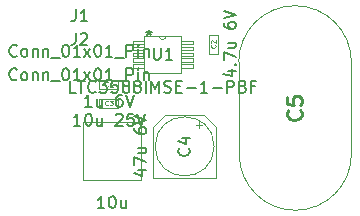
<source format=gbr>
%TF.GenerationSoftware,KiCad,Pcbnew,9.0.4*%
%TF.CreationDate,2026-01-08T18:44:24+01:00*%
%TF.ProjectId,Piezo_Energy_Harvester,5069657a-6f5f-4456-9e65-7267795f4861,rev?*%
%TF.SameCoordinates,Original*%
%TF.FileFunction,AssemblyDrawing,Top*%
%FSLAX46Y46*%
G04 Gerber Fmt 4.6, Leading zero omitted, Abs format (unit mm)*
G04 Created by KiCad (PCBNEW 9.0.4) date 2026-01-08 18:44:24*
%MOMM*%
%LPD*%
G01*
G04 APERTURE LIST*
%ADD10C,0.150000*%
%ADD11C,0.060000*%
%ADD12C,0.254000*%
%ADD13C,0.100000*%
%ADD14C,0.025400*%
G04 APERTURE END LIST*
D10*
X151185118Y-101684819D02*
X150613690Y-101684819D01*
X150899404Y-101684819D02*
X150899404Y-100684819D01*
X150899404Y-100684819D02*
X150804166Y-100827676D01*
X150804166Y-100827676D02*
X150708928Y-100922914D01*
X150708928Y-100922914D02*
X150613690Y-100970533D01*
X152042261Y-101018152D02*
X152042261Y-101684819D01*
X151613690Y-101018152D02*
X151613690Y-101541961D01*
X151613690Y-101541961D02*
X151661309Y-101637200D01*
X151661309Y-101637200D02*
X151756547Y-101684819D01*
X151756547Y-101684819D02*
X151899404Y-101684819D01*
X151899404Y-101684819D02*
X151994642Y-101637200D01*
X151994642Y-101637200D02*
X152042261Y-101589580D01*
X153708928Y-100684819D02*
X153518452Y-100684819D01*
X153518452Y-100684819D02*
X153423214Y-100732438D01*
X153423214Y-100732438D02*
X153375595Y-100780057D01*
X153375595Y-100780057D02*
X153280357Y-100922914D01*
X153280357Y-100922914D02*
X153232738Y-101113390D01*
X153232738Y-101113390D02*
X153232738Y-101494342D01*
X153232738Y-101494342D02*
X153280357Y-101589580D01*
X153280357Y-101589580D02*
X153327976Y-101637200D01*
X153327976Y-101637200D02*
X153423214Y-101684819D01*
X153423214Y-101684819D02*
X153613690Y-101684819D01*
X153613690Y-101684819D02*
X153708928Y-101637200D01*
X153708928Y-101637200D02*
X153756547Y-101589580D01*
X153756547Y-101589580D02*
X153804166Y-101494342D01*
X153804166Y-101494342D02*
X153804166Y-101256247D01*
X153804166Y-101256247D02*
X153756547Y-101161009D01*
X153756547Y-101161009D02*
X153708928Y-101113390D01*
X153708928Y-101113390D02*
X153613690Y-101065771D01*
X153613690Y-101065771D02*
X153423214Y-101065771D01*
X153423214Y-101065771D02*
X153327976Y-101113390D01*
X153327976Y-101113390D02*
X153280357Y-101161009D01*
X153280357Y-101161009D02*
X153232738Y-101256247D01*
X154089881Y-100684819D02*
X154423214Y-101684819D01*
X154423214Y-101684819D02*
X154756547Y-100684819D01*
D11*
X152570833Y-99943832D02*
X152551785Y-99962880D01*
X152551785Y-99962880D02*
X152494643Y-99981927D01*
X152494643Y-99981927D02*
X152456547Y-99981927D01*
X152456547Y-99981927D02*
X152399404Y-99962880D01*
X152399404Y-99962880D02*
X152361309Y-99924784D01*
X152361309Y-99924784D02*
X152342262Y-99886689D01*
X152342262Y-99886689D02*
X152323214Y-99810499D01*
X152323214Y-99810499D02*
X152323214Y-99753356D01*
X152323214Y-99753356D02*
X152342262Y-99677165D01*
X152342262Y-99677165D02*
X152361309Y-99639070D01*
X152361309Y-99639070D02*
X152399404Y-99600975D01*
X152399404Y-99600975D02*
X152456547Y-99581927D01*
X152456547Y-99581927D02*
X152494643Y-99581927D01*
X152494643Y-99581927D02*
X152551785Y-99600975D01*
X152551785Y-99600975D02*
X152570833Y-99620022D01*
X152951785Y-99981927D02*
X152723214Y-99981927D01*
X152837500Y-99981927D02*
X152837500Y-99581927D01*
X152837500Y-99581927D02*
X152799404Y-99639070D01*
X152799404Y-99639070D02*
X152761309Y-99677165D01*
X152761309Y-99677165D02*
X152723214Y-99696213D01*
D10*
X144840475Y-97359580D02*
X144792856Y-97407200D01*
X144792856Y-97407200D02*
X144649999Y-97454819D01*
X144649999Y-97454819D02*
X144554761Y-97454819D01*
X144554761Y-97454819D02*
X144411904Y-97407200D01*
X144411904Y-97407200D02*
X144316666Y-97311961D01*
X144316666Y-97311961D02*
X144269047Y-97216723D01*
X144269047Y-97216723D02*
X144221428Y-97026247D01*
X144221428Y-97026247D02*
X144221428Y-96883390D01*
X144221428Y-96883390D02*
X144269047Y-96692914D01*
X144269047Y-96692914D02*
X144316666Y-96597676D01*
X144316666Y-96597676D02*
X144411904Y-96502438D01*
X144411904Y-96502438D02*
X144554761Y-96454819D01*
X144554761Y-96454819D02*
X144649999Y-96454819D01*
X144649999Y-96454819D02*
X144792856Y-96502438D01*
X144792856Y-96502438D02*
X144840475Y-96550057D01*
X145411904Y-97454819D02*
X145316666Y-97407200D01*
X145316666Y-97407200D02*
X145269047Y-97359580D01*
X145269047Y-97359580D02*
X145221428Y-97264342D01*
X145221428Y-97264342D02*
X145221428Y-96978628D01*
X145221428Y-96978628D02*
X145269047Y-96883390D01*
X145269047Y-96883390D02*
X145316666Y-96835771D01*
X145316666Y-96835771D02*
X145411904Y-96788152D01*
X145411904Y-96788152D02*
X145554761Y-96788152D01*
X145554761Y-96788152D02*
X145649999Y-96835771D01*
X145649999Y-96835771D02*
X145697618Y-96883390D01*
X145697618Y-96883390D02*
X145745237Y-96978628D01*
X145745237Y-96978628D02*
X145745237Y-97264342D01*
X145745237Y-97264342D02*
X145697618Y-97359580D01*
X145697618Y-97359580D02*
X145649999Y-97407200D01*
X145649999Y-97407200D02*
X145554761Y-97454819D01*
X145554761Y-97454819D02*
X145411904Y-97454819D01*
X146173809Y-96788152D02*
X146173809Y-97454819D01*
X146173809Y-96883390D02*
X146221428Y-96835771D01*
X146221428Y-96835771D02*
X146316666Y-96788152D01*
X146316666Y-96788152D02*
X146459523Y-96788152D01*
X146459523Y-96788152D02*
X146554761Y-96835771D01*
X146554761Y-96835771D02*
X146602380Y-96931009D01*
X146602380Y-96931009D02*
X146602380Y-97454819D01*
X147078571Y-96788152D02*
X147078571Y-97454819D01*
X147078571Y-96883390D02*
X147126190Y-96835771D01*
X147126190Y-96835771D02*
X147221428Y-96788152D01*
X147221428Y-96788152D02*
X147364285Y-96788152D01*
X147364285Y-96788152D02*
X147459523Y-96835771D01*
X147459523Y-96835771D02*
X147507142Y-96931009D01*
X147507142Y-96931009D02*
X147507142Y-97454819D01*
X147745238Y-97550057D02*
X148507142Y-97550057D01*
X148935714Y-96454819D02*
X149030952Y-96454819D01*
X149030952Y-96454819D02*
X149126190Y-96502438D01*
X149126190Y-96502438D02*
X149173809Y-96550057D01*
X149173809Y-96550057D02*
X149221428Y-96645295D01*
X149221428Y-96645295D02*
X149269047Y-96835771D01*
X149269047Y-96835771D02*
X149269047Y-97073866D01*
X149269047Y-97073866D02*
X149221428Y-97264342D01*
X149221428Y-97264342D02*
X149173809Y-97359580D01*
X149173809Y-97359580D02*
X149126190Y-97407200D01*
X149126190Y-97407200D02*
X149030952Y-97454819D01*
X149030952Y-97454819D02*
X148935714Y-97454819D01*
X148935714Y-97454819D02*
X148840476Y-97407200D01*
X148840476Y-97407200D02*
X148792857Y-97359580D01*
X148792857Y-97359580D02*
X148745238Y-97264342D01*
X148745238Y-97264342D02*
X148697619Y-97073866D01*
X148697619Y-97073866D02*
X148697619Y-96835771D01*
X148697619Y-96835771D02*
X148745238Y-96645295D01*
X148745238Y-96645295D02*
X148792857Y-96550057D01*
X148792857Y-96550057D02*
X148840476Y-96502438D01*
X148840476Y-96502438D02*
X148935714Y-96454819D01*
X150221428Y-97454819D02*
X149650000Y-97454819D01*
X149935714Y-97454819D02*
X149935714Y-96454819D01*
X149935714Y-96454819D02*
X149840476Y-96597676D01*
X149840476Y-96597676D02*
X149745238Y-96692914D01*
X149745238Y-96692914D02*
X149650000Y-96740533D01*
X150554762Y-97454819D02*
X151078571Y-96788152D01*
X150554762Y-96788152D02*
X151078571Y-97454819D01*
X151650000Y-96454819D02*
X151745238Y-96454819D01*
X151745238Y-96454819D02*
X151840476Y-96502438D01*
X151840476Y-96502438D02*
X151888095Y-96550057D01*
X151888095Y-96550057D02*
X151935714Y-96645295D01*
X151935714Y-96645295D02*
X151983333Y-96835771D01*
X151983333Y-96835771D02*
X151983333Y-97073866D01*
X151983333Y-97073866D02*
X151935714Y-97264342D01*
X151935714Y-97264342D02*
X151888095Y-97359580D01*
X151888095Y-97359580D02*
X151840476Y-97407200D01*
X151840476Y-97407200D02*
X151745238Y-97454819D01*
X151745238Y-97454819D02*
X151650000Y-97454819D01*
X151650000Y-97454819D02*
X151554762Y-97407200D01*
X151554762Y-97407200D02*
X151507143Y-97359580D01*
X151507143Y-97359580D02*
X151459524Y-97264342D01*
X151459524Y-97264342D02*
X151411905Y-97073866D01*
X151411905Y-97073866D02*
X151411905Y-96835771D01*
X151411905Y-96835771D02*
X151459524Y-96645295D01*
X151459524Y-96645295D02*
X151507143Y-96550057D01*
X151507143Y-96550057D02*
X151554762Y-96502438D01*
X151554762Y-96502438D02*
X151650000Y-96454819D01*
X152935714Y-97454819D02*
X152364286Y-97454819D01*
X152650000Y-97454819D02*
X152650000Y-96454819D01*
X152650000Y-96454819D02*
X152554762Y-96597676D01*
X152554762Y-96597676D02*
X152459524Y-96692914D01*
X152459524Y-96692914D02*
X152364286Y-96740533D01*
X153126191Y-97550057D02*
X153888095Y-97550057D01*
X154126191Y-97454819D02*
X154126191Y-96454819D01*
X154126191Y-96454819D02*
X154507143Y-96454819D01*
X154507143Y-96454819D02*
X154602381Y-96502438D01*
X154602381Y-96502438D02*
X154650000Y-96550057D01*
X154650000Y-96550057D02*
X154697619Y-96645295D01*
X154697619Y-96645295D02*
X154697619Y-96788152D01*
X154697619Y-96788152D02*
X154650000Y-96883390D01*
X154650000Y-96883390D02*
X154602381Y-96931009D01*
X154602381Y-96931009D02*
X154507143Y-96978628D01*
X154507143Y-96978628D02*
X154126191Y-96978628D01*
X155126191Y-97454819D02*
X155126191Y-96788152D01*
X155126191Y-96454819D02*
X155078572Y-96502438D01*
X155078572Y-96502438D02*
X155126191Y-96550057D01*
X155126191Y-96550057D02*
X155173810Y-96502438D01*
X155173810Y-96502438D02*
X155126191Y-96454819D01*
X155126191Y-96454819D02*
X155126191Y-96550057D01*
X155602381Y-96788152D02*
X155602381Y-97454819D01*
X155602381Y-96883390D02*
X155650000Y-96835771D01*
X155650000Y-96835771D02*
X155745238Y-96788152D01*
X155745238Y-96788152D02*
X155888095Y-96788152D01*
X155888095Y-96788152D02*
X155983333Y-96835771D01*
X155983333Y-96835771D02*
X156030952Y-96931009D01*
X156030952Y-96931009D02*
X156030952Y-97454819D01*
X149816666Y-93454819D02*
X149816666Y-94169104D01*
X149816666Y-94169104D02*
X149769047Y-94311961D01*
X149769047Y-94311961D02*
X149673809Y-94407200D01*
X149673809Y-94407200D02*
X149530952Y-94454819D01*
X149530952Y-94454819D02*
X149435714Y-94454819D01*
X150816666Y-94454819D02*
X150245238Y-94454819D01*
X150530952Y-94454819D02*
X150530952Y-93454819D01*
X150530952Y-93454819D02*
X150435714Y-93597676D01*
X150435714Y-93597676D02*
X150340476Y-93692914D01*
X150340476Y-93692914D02*
X150245238Y-93740533D01*
X162708152Y-98651904D02*
X163374819Y-98651904D01*
X162327200Y-98889999D02*
X163041485Y-99128094D01*
X163041485Y-99128094D02*
X163041485Y-98509047D01*
X163279580Y-98128094D02*
X163327200Y-98080475D01*
X163327200Y-98080475D02*
X163374819Y-98128094D01*
X163374819Y-98128094D02*
X163327200Y-98175713D01*
X163327200Y-98175713D02*
X163279580Y-98128094D01*
X163279580Y-98128094D02*
X163374819Y-98128094D01*
X162374819Y-97747142D02*
X162374819Y-97080476D01*
X162374819Y-97080476D02*
X163374819Y-97509047D01*
X162708152Y-96270952D02*
X163374819Y-96270952D01*
X162708152Y-96699523D02*
X163231961Y-96699523D01*
X163231961Y-96699523D02*
X163327200Y-96651904D01*
X163327200Y-96651904D02*
X163374819Y-96556666D01*
X163374819Y-96556666D02*
X163374819Y-96413809D01*
X163374819Y-96413809D02*
X163327200Y-96318571D01*
X163327200Y-96318571D02*
X163279580Y-96270952D01*
X162374819Y-94604285D02*
X162374819Y-94794761D01*
X162374819Y-94794761D02*
X162422438Y-94889999D01*
X162422438Y-94889999D02*
X162470057Y-94937618D01*
X162470057Y-94937618D02*
X162612914Y-95032856D01*
X162612914Y-95032856D02*
X162803390Y-95080475D01*
X162803390Y-95080475D02*
X163184342Y-95080475D01*
X163184342Y-95080475D02*
X163279580Y-95032856D01*
X163279580Y-95032856D02*
X163327200Y-94985237D01*
X163327200Y-94985237D02*
X163374819Y-94889999D01*
X163374819Y-94889999D02*
X163374819Y-94699523D01*
X163374819Y-94699523D02*
X163327200Y-94604285D01*
X163327200Y-94604285D02*
X163279580Y-94556666D01*
X163279580Y-94556666D02*
X163184342Y-94509047D01*
X163184342Y-94509047D02*
X162946247Y-94509047D01*
X162946247Y-94509047D02*
X162851009Y-94556666D01*
X162851009Y-94556666D02*
X162803390Y-94604285D01*
X162803390Y-94604285D02*
X162755771Y-94699523D01*
X162755771Y-94699523D02*
X162755771Y-94889999D01*
X162755771Y-94889999D02*
X162803390Y-94985237D01*
X162803390Y-94985237D02*
X162851009Y-95032856D01*
X162851009Y-95032856D02*
X162946247Y-95080475D01*
X162374819Y-94223332D02*
X163374819Y-93889999D01*
X163374819Y-93889999D02*
X162374819Y-93556666D01*
D11*
X161633832Y-96456666D02*
X161652880Y-96475714D01*
X161652880Y-96475714D02*
X161671927Y-96532856D01*
X161671927Y-96532856D02*
X161671927Y-96570952D01*
X161671927Y-96570952D02*
X161652880Y-96628095D01*
X161652880Y-96628095D02*
X161614784Y-96666190D01*
X161614784Y-96666190D02*
X161576689Y-96685237D01*
X161576689Y-96685237D02*
X161500499Y-96704285D01*
X161500499Y-96704285D02*
X161443356Y-96704285D01*
X161443356Y-96704285D02*
X161367165Y-96685237D01*
X161367165Y-96685237D02*
X161329070Y-96666190D01*
X161329070Y-96666190D02*
X161290975Y-96628095D01*
X161290975Y-96628095D02*
X161271927Y-96570952D01*
X161271927Y-96570952D02*
X161271927Y-96532856D01*
X161271927Y-96532856D02*
X161290975Y-96475714D01*
X161290975Y-96475714D02*
X161310022Y-96456666D01*
X161310022Y-96304285D02*
X161290975Y-96285237D01*
X161290975Y-96285237D02*
X161271927Y-96247142D01*
X161271927Y-96247142D02*
X161271927Y-96151904D01*
X161271927Y-96151904D02*
X161290975Y-96113809D01*
X161290975Y-96113809D02*
X161310022Y-96094761D01*
X161310022Y-96094761D02*
X161348118Y-96075714D01*
X161348118Y-96075714D02*
X161386213Y-96075714D01*
X161386213Y-96075714D02*
X161443356Y-96094761D01*
X161443356Y-96094761D02*
X161671927Y-96323333D01*
X161671927Y-96323333D02*
X161671927Y-96075714D01*
D10*
X152257142Y-110269819D02*
X151685714Y-110269819D01*
X151971428Y-110269819D02*
X151971428Y-109269819D01*
X151971428Y-109269819D02*
X151876190Y-109412676D01*
X151876190Y-109412676D02*
X151780952Y-109507914D01*
X151780952Y-109507914D02*
X151685714Y-109555533D01*
X152876190Y-109269819D02*
X152971428Y-109269819D01*
X152971428Y-109269819D02*
X153066666Y-109317438D01*
X153066666Y-109317438D02*
X153114285Y-109365057D01*
X153114285Y-109365057D02*
X153161904Y-109460295D01*
X153161904Y-109460295D02*
X153209523Y-109650771D01*
X153209523Y-109650771D02*
X153209523Y-109888866D01*
X153209523Y-109888866D02*
X153161904Y-110079342D01*
X153161904Y-110079342D02*
X153114285Y-110174580D01*
X153114285Y-110174580D02*
X153066666Y-110222200D01*
X153066666Y-110222200D02*
X152971428Y-110269819D01*
X152971428Y-110269819D02*
X152876190Y-110269819D01*
X152876190Y-110269819D02*
X152780952Y-110222200D01*
X152780952Y-110222200D02*
X152733333Y-110174580D01*
X152733333Y-110174580D02*
X152685714Y-110079342D01*
X152685714Y-110079342D02*
X152638095Y-109888866D01*
X152638095Y-109888866D02*
X152638095Y-109650771D01*
X152638095Y-109650771D02*
X152685714Y-109460295D01*
X152685714Y-109460295D02*
X152733333Y-109365057D01*
X152733333Y-109365057D02*
X152780952Y-109317438D01*
X152780952Y-109317438D02*
X152876190Y-109269819D01*
X154066666Y-109603152D02*
X154066666Y-110269819D01*
X153638095Y-109603152D02*
X153638095Y-110126961D01*
X153638095Y-110126961D02*
X153685714Y-110222200D01*
X153685714Y-110222200D02*
X153780952Y-110269819D01*
X153780952Y-110269819D02*
X153923809Y-110269819D01*
X153923809Y-110269819D02*
X154019047Y-110222200D01*
X154019047Y-110222200D02*
X154066666Y-110174580D01*
X144840475Y-99359580D02*
X144792856Y-99407200D01*
X144792856Y-99407200D02*
X144649999Y-99454819D01*
X144649999Y-99454819D02*
X144554761Y-99454819D01*
X144554761Y-99454819D02*
X144411904Y-99407200D01*
X144411904Y-99407200D02*
X144316666Y-99311961D01*
X144316666Y-99311961D02*
X144269047Y-99216723D01*
X144269047Y-99216723D02*
X144221428Y-99026247D01*
X144221428Y-99026247D02*
X144221428Y-98883390D01*
X144221428Y-98883390D02*
X144269047Y-98692914D01*
X144269047Y-98692914D02*
X144316666Y-98597676D01*
X144316666Y-98597676D02*
X144411904Y-98502438D01*
X144411904Y-98502438D02*
X144554761Y-98454819D01*
X144554761Y-98454819D02*
X144649999Y-98454819D01*
X144649999Y-98454819D02*
X144792856Y-98502438D01*
X144792856Y-98502438D02*
X144840475Y-98550057D01*
X145411904Y-99454819D02*
X145316666Y-99407200D01*
X145316666Y-99407200D02*
X145269047Y-99359580D01*
X145269047Y-99359580D02*
X145221428Y-99264342D01*
X145221428Y-99264342D02*
X145221428Y-98978628D01*
X145221428Y-98978628D02*
X145269047Y-98883390D01*
X145269047Y-98883390D02*
X145316666Y-98835771D01*
X145316666Y-98835771D02*
X145411904Y-98788152D01*
X145411904Y-98788152D02*
X145554761Y-98788152D01*
X145554761Y-98788152D02*
X145649999Y-98835771D01*
X145649999Y-98835771D02*
X145697618Y-98883390D01*
X145697618Y-98883390D02*
X145745237Y-98978628D01*
X145745237Y-98978628D02*
X145745237Y-99264342D01*
X145745237Y-99264342D02*
X145697618Y-99359580D01*
X145697618Y-99359580D02*
X145649999Y-99407200D01*
X145649999Y-99407200D02*
X145554761Y-99454819D01*
X145554761Y-99454819D02*
X145411904Y-99454819D01*
X146173809Y-98788152D02*
X146173809Y-99454819D01*
X146173809Y-98883390D02*
X146221428Y-98835771D01*
X146221428Y-98835771D02*
X146316666Y-98788152D01*
X146316666Y-98788152D02*
X146459523Y-98788152D01*
X146459523Y-98788152D02*
X146554761Y-98835771D01*
X146554761Y-98835771D02*
X146602380Y-98931009D01*
X146602380Y-98931009D02*
X146602380Y-99454819D01*
X147078571Y-98788152D02*
X147078571Y-99454819D01*
X147078571Y-98883390D02*
X147126190Y-98835771D01*
X147126190Y-98835771D02*
X147221428Y-98788152D01*
X147221428Y-98788152D02*
X147364285Y-98788152D01*
X147364285Y-98788152D02*
X147459523Y-98835771D01*
X147459523Y-98835771D02*
X147507142Y-98931009D01*
X147507142Y-98931009D02*
X147507142Y-99454819D01*
X147745238Y-99550057D02*
X148507142Y-99550057D01*
X148935714Y-98454819D02*
X149030952Y-98454819D01*
X149030952Y-98454819D02*
X149126190Y-98502438D01*
X149126190Y-98502438D02*
X149173809Y-98550057D01*
X149173809Y-98550057D02*
X149221428Y-98645295D01*
X149221428Y-98645295D02*
X149269047Y-98835771D01*
X149269047Y-98835771D02*
X149269047Y-99073866D01*
X149269047Y-99073866D02*
X149221428Y-99264342D01*
X149221428Y-99264342D02*
X149173809Y-99359580D01*
X149173809Y-99359580D02*
X149126190Y-99407200D01*
X149126190Y-99407200D02*
X149030952Y-99454819D01*
X149030952Y-99454819D02*
X148935714Y-99454819D01*
X148935714Y-99454819D02*
X148840476Y-99407200D01*
X148840476Y-99407200D02*
X148792857Y-99359580D01*
X148792857Y-99359580D02*
X148745238Y-99264342D01*
X148745238Y-99264342D02*
X148697619Y-99073866D01*
X148697619Y-99073866D02*
X148697619Y-98835771D01*
X148697619Y-98835771D02*
X148745238Y-98645295D01*
X148745238Y-98645295D02*
X148792857Y-98550057D01*
X148792857Y-98550057D02*
X148840476Y-98502438D01*
X148840476Y-98502438D02*
X148935714Y-98454819D01*
X150221428Y-99454819D02*
X149650000Y-99454819D01*
X149935714Y-99454819D02*
X149935714Y-98454819D01*
X149935714Y-98454819D02*
X149840476Y-98597676D01*
X149840476Y-98597676D02*
X149745238Y-98692914D01*
X149745238Y-98692914D02*
X149650000Y-98740533D01*
X150554762Y-99454819D02*
X151078571Y-98788152D01*
X150554762Y-98788152D02*
X151078571Y-99454819D01*
X151650000Y-98454819D02*
X151745238Y-98454819D01*
X151745238Y-98454819D02*
X151840476Y-98502438D01*
X151840476Y-98502438D02*
X151888095Y-98550057D01*
X151888095Y-98550057D02*
X151935714Y-98645295D01*
X151935714Y-98645295D02*
X151983333Y-98835771D01*
X151983333Y-98835771D02*
X151983333Y-99073866D01*
X151983333Y-99073866D02*
X151935714Y-99264342D01*
X151935714Y-99264342D02*
X151888095Y-99359580D01*
X151888095Y-99359580D02*
X151840476Y-99407200D01*
X151840476Y-99407200D02*
X151745238Y-99454819D01*
X151745238Y-99454819D02*
X151650000Y-99454819D01*
X151650000Y-99454819D02*
X151554762Y-99407200D01*
X151554762Y-99407200D02*
X151507143Y-99359580D01*
X151507143Y-99359580D02*
X151459524Y-99264342D01*
X151459524Y-99264342D02*
X151411905Y-99073866D01*
X151411905Y-99073866D02*
X151411905Y-98835771D01*
X151411905Y-98835771D02*
X151459524Y-98645295D01*
X151459524Y-98645295D02*
X151507143Y-98550057D01*
X151507143Y-98550057D02*
X151554762Y-98502438D01*
X151554762Y-98502438D02*
X151650000Y-98454819D01*
X152935714Y-99454819D02*
X152364286Y-99454819D01*
X152650000Y-99454819D02*
X152650000Y-98454819D01*
X152650000Y-98454819D02*
X152554762Y-98597676D01*
X152554762Y-98597676D02*
X152459524Y-98692914D01*
X152459524Y-98692914D02*
X152364286Y-98740533D01*
X153126191Y-99550057D02*
X153888095Y-99550057D01*
X154126191Y-99454819D02*
X154126191Y-98454819D01*
X154126191Y-98454819D02*
X154507143Y-98454819D01*
X154507143Y-98454819D02*
X154602381Y-98502438D01*
X154602381Y-98502438D02*
X154650000Y-98550057D01*
X154650000Y-98550057D02*
X154697619Y-98645295D01*
X154697619Y-98645295D02*
X154697619Y-98788152D01*
X154697619Y-98788152D02*
X154650000Y-98883390D01*
X154650000Y-98883390D02*
X154602381Y-98931009D01*
X154602381Y-98931009D02*
X154507143Y-98978628D01*
X154507143Y-98978628D02*
X154126191Y-98978628D01*
X155126191Y-99454819D02*
X155126191Y-98788152D01*
X155126191Y-98454819D02*
X155078572Y-98502438D01*
X155078572Y-98502438D02*
X155126191Y-98550057D01*
X155126191Y-98550057D02*
X155173810Y-98502438D01*
X155173810Y-98502438D02*
X155126191Y-98454819D01*
X155126191Y-98454819D02*
X155126191Y-98550057D01*
X155602381Y-98788152D02*
X155602381Y-99454819D01*
X155602381Y-98883390D02*
X155650000Y-98835771D01*
X155650000Y-98835771D02*
X155745238Y-98788152D01*
X155745238Y-98788152D02*
X155888095Y-98788152D01*
X155888095Y-98788152D02*
X155983333Y-98835771D01*
X155983333Y-98835771D02*
X156030952Y-98931009D01*
X156030952Y-98931009D02*
X156030952Y-99454819D01*
X149816666Y-95454819D02*
X149816666Y-96169104D01*
X149816666Y-96169104D02*
X149769047Y-96311961D01*
X149769047Y-96311961D02*
X149673809Y-96407200D01*
X149673809Y-96407200D02*
X149530952Y-96454819D01*
X149530952Y-96454819D02*
X149435714Y-96454819D01*
X150245238Y-95550057D02*
X150292857Y-95502438D01*
X150292857Y-95502438D02*
X150388095Y-95454819D01*
X150388095Y-95454819D02*
X150626190Y-95454819D01*
X150626190Y-95454819D02*
X150721428Y-95502438D01*
X150721428Y-95502438D02*
X150769047Y-95550057D01*
X150769047Y-95550057D02*
X150816666Y-95645295D01*
X150816666Y-95645295D02*
X150816666Y-95740533D01*
X150816666Y-95740533D02*
X150769047Y-95883390D01*
X150769047Y-95883390D02*
X150197619Y-96454819D01*
X150197619Y-96454819D02*
X150816666Y-96454819D01*
D12*
X168853365Y-102011666D02*
X168913842Y-102072142D01*
X168913842Y-102072142D02*
X168974318Y-102253571D01*
X168974318Y-102253571D02*
X168974318Y-102374523D01*
X168974318Y-102374523D02*
X168913842Y-102555952D01*
X168913842Y-102555952D02*
X168792889Y-102676904D01*
X168792889Y-102676904D02*
X168671937Y-102737381D01*
X168671937Y-102737381D02*
X168430032Y-102797857D01*
X168430032Y-102797857D02*
X168248603Y-102797857D01*
X168248603Y-102797857D02*
X168006699Y-102737381D01*
X168006699Y-102737381D02*
X167885746Y-102676904D01*
X167885746Y-102676904D02*
X167764794Y-102555952D01*
X167764794Y-102555952D02*
X167704318Y-102374523D01*
X167704318Y-102374523D02*
X167704318Y-102253571D01*
X167704318Y-102253571D02*
X167764794Y-102072142D01*
X167764794Y-102072142D02*
X167825270Y-102011666D01*
X167704318Y-100862619D02*
X167704318Y-101467381D01*
X167704318Y-101467381D02*
X168309080Y-101527857D01*
X168309080Y-101527857D02*
X168248603Y-101467381D01*
X168248603Y-101467381D02*
X168188127Y-101346428D01*
X168188127Y-101346428D02*
X168188127Y-101044047D01*
X168188127Y-101044047D02*
X168248603Y-100923095D01*
X168248603Y-100923095D02*
X168309080Y-100862619D01*
X168309080Y-100862619D02*
X168430032Y-100802142D01*
X168430032Y-100802142D02*
X168732413Y-100802142D01*
X168732413Y-100802142D02*
X168853365Y-100862619D01*
X168853365Y-100862619D02*
X168913842Y-100923095D01*
X168913842Y-100923095D02*
X168974318Y-101044047D01*
X168974318Y-101044047D02*
X168974318Y-101346428D01*
X168974318Y-101346428D02*
X168913842Y-101467381D01*
X168913842Y-101467381D02*
X168853365Y-101527857D01*
D10*
X155138152Y-107073809D02*
X155804819Y-107073809D01*
X154757200Y-107311904D02*
X155471485Y-107549999D01*
X155471485Y-107549999D02*
X155471485Y-106930952D01*
X154804819Y-106645237D02*
X154804819Y-105978571D01*
X154804819Y-105978571D02*
X155804819Y-106407142D01*
X155138152Y-105169047D02*
X155804819Y-105169047D01*
X155138152Y-105597618D02*
X155661961Y-105597618D01*
X155661961Y-105597618D02*
X155757200Y-105549999D01*
X155757200Y-105549999D02*
X155804819Y-105454761D01*
X155804819Y-105454761D02*
X155804819Y-105311904D01*
X155804819Y-105311904D02*
X155757200Y-105216666D01*
X155757200Y-105216666D02*
X155709580Y-105169047D01*
X154804819Y-103502380D02*
X154804819Y-103692856D01*
X154804819Y-103692856D02*
X154852438Y-103788094D01*
X154852438Y-103788094D02*
X154900057Y-103835713D01*
X154900057Y-103835713D02*
X155042914Y-103930951D01*
X155042914Y-103930951D02*
X155233390Y-103978570D01*
X155233390Y-103978570D02*
X155614342Y-103978570D01*
X155614342Y-103978570D02*
X155709580Y-103930951D01*
X155709580Y-103930951D02*
X155757200Y-103883332D01*
X155757200Y-103883332D02*
X155804819Y-103788094D01*
X155804819Y-103788094D02*
X155804819Y-103597618D01*
X155804819Y-103597618D02*
X155757200Y-103502380D01*
X155757200Y-103502380D02*
X155709580Y-103454761D01*
X155709580Y-103454761D02*
X155614342Y-103407142D01*
X155614342Y-103407142D02*
X155376247Y-103407142D01*
X155376247Y-103407142D02*
X155281009Y-103454761D01*
X155281009Y-103454761D02*
X155233390Y-103502380D01*
X155233390Y-103502380D02*
X155185771Y-103597618D01*
X155185771Y-103597618D02*
X155185771Y-103788094D01*
X155185771Y-103788094D02*
X155233390Y-103883332D01*
X155233390Y-103883332D02*
X155281009Y-103930951D01*
X155281009Y-103930951D02*
X155376247Y-103978570D01*
X154804819Y-103121427D02*
X155804819Y-102788094D01*
X155804819Y-102788094D02*
X154804819Y-102454761D01*
X159409580Y-105216666D02*
X159457200Y-105264285D01*
X159457200Y-105264285D02*
X159504819Y-105407142D01*
X159504819Y-105407142D02*
X159504819Y-105502380D01*
X159504819Y-105502380D02*
X159457200Y-105645237D01*
X159457200Y-105645237D02*
X159361961Y-105740475D01*
X159361961Y-105740475D02*
X159266723Y-105788094D01*
X159266723Y-105788094D02*
X159076247Y-105835713D01*
X159076247Y-105835713D02*
X158933390Y-105835713D01*
X158933390Y-105835713D02*
X158742914Y-105788094D01*
X158742914Y-105788094D02*
X158647676Y-105740475D01*
X158647676Y-105740475D02*
X158552438Y-105645237D01*
X158552438Y-105645237D02*
X158504819Y-105502380D01*
X158504819Y-105502380D02*
X158504819Y-105407142D01*
X158504819Y-105407142D02*
X158552438Y-105264285D01*
X158552438Y-105264285D02*
X158600057Y-105216666D01*
X158838152Y-104359523D02*
X159504819Y-104359523D01*
X158457200Y-104597618D02*
X159171485Y-104835713D01*
X159171485Y-104835713D02*
X159171485Y-104216666D01*
X149842857Y-100504819D02*
X149366667Y-100504819D01*
X149366667Y-100504819D02*
X149366667Y-99504819D01*
X150033334Y-99504819D02*
X150604762Y-99504819D01*
X150319048Y-100504819D02*
X150319048Y-99504819D01*
X151509524Y-100409580D02*
X151461905Y-100457200D01*
X151461905Y-100457200D02*
X151319048Y-100504819D01*
X151319048Y-100504819D02*
X151223810Y-100504819D01*
X151223810Y-100504819D02*
X151080953Y-100457200D01*
X151080953Y-100457200D02*
X150985715Y-100361961D01*
X150985715Y-100361961D02*
X150938096Y-100266723D01*
X150938096Y-100266723D02*
X150890477Y-100076247D01*
X150890477Y-100076247D02*
X150890477Y-99933390D01*
X150890477Y-99933390D02*
X150938096Y-99742914D01*
X150938096Y-99742914D02*
X150985715Y-99647676D01*
X150985715Y-99647676D02*
X151080953Y-99552438D01*
X151080953Y-99552438D02*
X151223810Y-99504819D01*
X151223810Y-99504819D02*
X151319048Y-99504819D01*
X151319048Y-99504819D02*
X151461905Y-99552438D01*
X151461905Y-99552438D02*
X151509524Y-99600057D01*
X151842858Y-99504819D02*
X152461905Y-99504819D01*
X152461905Y-99504819D02*
X152128572Y-99885771D01*
X152128572Y-99885771D02*
X152271429Y-99885771D01*
X152271429Y-99885771D02*
X152366667Y-99933390D01*
X152366667Y-99933390D02*
X152414286Y-99981009D01*
X152414286Y-99981009D02*
X152461905Y-100076247D01*
X152461905Y-100076247D02*
X152461905Y-100314342D01*
X152461905Y-100314342D02*
X152414286Y-100409580D01*
X152414286Y-100409580D02*
X152366667Y-100457200D01*
X152366667Y-100457200D02*
X152271429Y-100504819D01*
X152271429Y-100504819D02*
X151985715Y-100504819D01*
X151985715Y-100504819D02*
X151890477Y-100457200D01*
X151890477Y-100457200D02*
X151842858Y-100409580D01*
X153366667Y-99504819D02*
X152890477Y-99504819D01*
X152890477Y-99504819D02*
X152842858Y-99981009D01*
X152842858Y-99981009D02*
X152890477Y-99933390D01*
X152890477Y-99933390D02*
X152985715Y-99885771D01*
X152985715Y-99885771D02*
X153223810Y-99885771D01*
X153223810Y-99885771D02*
X153319048Y-99933390D01*
X153319048Y-99933390D02*
X153366667Y-99981009D01*
X153366667Y-99981009D02*
X153414286Y-100076247D01*
X153414286Y-100076247D02*
X153414286Y-100314342D01*
X153414286Y-100314342D02*
X153366667Y-100409580D01*
X153366667Y-100409580D02*
X153319048Y-100457200D01*
X153319048Y-100457200D02*
X153223810Y-100504819D01*
X153223810Y-100504819D02*
X152985715Y-100504819D01*
X152985715Y-100504819D02*
X152890477Y-100457200D01*
X152890477Y-100457200D02*
X152842858Y-100409580D01*
X153985715Y-99933390D02*
X153890477Y-99885771D01*
X153890477Y-99885771D02*
X153842858Y-99838152D01*
X153842858Y-99838152D02*
X153795239Y-99742914D01*
X153795239Y-99742914D02*
X153795239Y-99695295D01*
X153795239Y-99695295D02*
X153842858Y-99600057D01*
X153842858Y-99600057D02*
X153890477Y-99552438D01*
X153890477Y-99552438D02*
X153985715Y-99504819D01*
X153985715Y-99504819D02*
X154176191Y-99504819D01*
X154176191Y-99504819D02*
X154271429Y-99552438D01*
X154271429Y-99552438D02*
X154319048Y-99600057D01*
X154319048Y-99600057D02*
X154366667Y-99695295D01*
X154366667Y-99695295D02*
X154366667Y-99742914D01*
X154366667Y-99742914D02*
X154319048Y-99838152D01*
X154319048Y-99838152D02*
X154271429Y-99885771D01*
X154271429Y-99885771D02*
X154176191Y-99933390D01*
X154176191Y-99933390D02*
X153985715Y-99933390D01*
X153985715Y-99933390D02*
X153890477Y-99981009D01*
X153890477Y-99981009D02*
X153842858Y-100028628D01*
X153842858Y-100028628D02*
X153795239Y-100123866D01*
X153795239Y-100123866D02*
X153795239Y-100314342D01*
X153795239Y-100314342D02*
X153842858Y-100409580D01*
X153842858Y-100409580D02*
X153890477Y-100457200D01*
X153890477Y-100457200D02*
X153985715Y-100504819D01*
X153985715Y-100504819D02*
X154176191Y-100504819D01*
X154176191Y-100504819D02*
X154271429Y-100457200D01*
X154271429Y-100457200D02*
X154319048Y-100409580D01*
X154319048Y-100409580D02*
X154366667Y-100314342D01*
X154366667Y-100314342D02*
X154366667Y-100123866D01*
X154366667Y-100123866D02*
X154319048Y-100028628D01*
X154319048Y-100028628D02*
X154271429Y-99981009D01*
X154271429Y-99981009D02*
X154176191Y-99933390D01*
X154938096Y-99933390D02*
X154842858Y-99885771D01*
X154842858Y-99885771D02*
X154795239Y-99838152D01*
X154795239Y-99838152D02*
X154747620Y-99742914D01*
X154747620Y-99742914D02*
X154747620Y-99695295D01*
X154747620Y-99695295D02*
X154795239Y-99600057D01*
X154795239Y-99600057D02*
X154842858Y-99552438D01*
X154842858Y-99552438D02*
X154938096Y-99504819D01*
X154938096Y-99504819D02*
X155128572Y-99504819D01*
X155128572Y-99504819D02*
X155223810Y-99552438D01*
X155223810Y-99552438D02*
X155271429Y-99600057D01*
X155271429Y-99600057D02*
X155319048Y-99695295D01*
X155319048Y-99695295D02*
X155319048Y-99742914D01*
X155319048Y-99742914D02*
X155271429Y-99838152D01*
X155271429Y-99838152D02*
X155223810Y-99885771D01*
X155223810Y-99885771D02*
X155128572Y-99933390D01*
X155128572Y-99933390D02*
X154938096Y-99933390D01*
X154938096Y-99933390D02*
X154842858Y-99981009D01*
X154842858Y-99981009D02*
X154795239Y-100028628D01*
X154795239Y-100028628D02*
X154747620Y-100123866D01*
X154747620Y-100123866D02*
X154747620Y-100314342D01*
X154747620Y-100314342D02*
X154795239Y-100409580D01*
X154795239Y-100409580D02*
X154842858Y-100457200D01*
X154842858Y-100457200D02*
X154938096Y-100504819D01*
X154938096Y-100504819D02*
X155128572Y-100504819D01*
X155128572Y-100504819D02*
X155223810Y-100457200D01*
X155223810Y-100457200D02*
X155271429Y-100409580D01*
X155271429Y-100409580D02*
X155319048Y-100314342D01*
X155319048Y-100314342D02*
X155319048Y-100123866D01*
X155319048Y-100123866D02*
X155271429Y-100028628D01*
X155271429Y-100028628D02*
X155223810Y-99981009D01*
X155223810Y-99981009D02*
X155128572Y-99933390D01*
X155747620Y-100504819D02*
X155747620Y-99504819D01*
X156223810Y-100504819D02*
X156223810Y-99504819D01*
X156223810Y-99504819D02*
X156557143Y-100219104D01*
X156557143Y-100219104D02*
X156890476Y-99504819D01*
X156890476Y-99504819D02*
X156890476Y-100504819D01*
X157319048Y-100457200D02*
X157461905Y-100504819D01*
X157461905Y-100504819D02*
X157700000Y-100504819D01*
X157700000Y-100504819D02*
X157795238Y-100457200D01*
X157795238Y-100457200D02*
X157842857Y-100409580D01*
X157842857Y-100409580D02*
X157890476Y-100314342D01*
X157890476Y-100314342D02*
X157890476Y-100219104D01*
X157890476Y-100219104D02*
X157842857Y-100123866D01*
X157842857Y-100123866D02*
X157795238Y-100076247D01*
X157795238Y-100076247D02*
X157700000Y-100028628D01*
X157700000Y-100028628D02*
X157509524Y-99981009D01*
X157509524Y-99981009D02*
X157414286Y-99933390D01*
X157414286Y-99933390D02*
X157366667Y-99885771D01*
X157366667Y-99885771D02*
X157319048Y-99790533D01*
X157319048Y-99790533D02*
X157319048Y-99695295D01*
X157319048Y-99695295D02*
X157366667Y-99600057D01*
X157366667Y-99600057D02*
X157414286Y-99552438D01*
X157414286Y-99552438D02*
X157509524Y-99504819D01*
X157509524Y-99504819D02*
X157747619Y-99504819D01*
X157747619Y-99504819D02*
X157890476Y-99552438D01*
X158319048Y-99981009D02*
X158652381Y-99981009D01*
X158795238Y-100504819D02*
X158319048Y-100504819D01*
X158319048Y-100504819D02*
X158319048Y-99504819D01*
X158319048Y-99504819D02*
X158795238Y-99504819D01*
X159223810Y-100123866D02*
X159985715Y-100123866D01*
X160985714Y-100504819D02*
X160414286Y-100504819D01*
X160700000Y-100504819D02*
X160700000Y-99504819D01*
X160700000Y-99504819D02*
X160604762Y-99647676D01*
X160604762Y-99647676D02*
X160509524Y-99742914D01*
X160509524Y-99742914D02*
X160414286Y-99790533D01*
X161414286Y-100123866D02*
X162176191Y-100123866D01*
X162652381Y-100504819D02*
X162652381Y-99504819D01*
X162652381Y-99504819D02*
X163033333Y-99504819D01*
X163033333Y-99504819D02*
X163128571Y-99552438D01*
X163128571Y-99552438D02*
X163176190Y-99600057D01*
X163176190Y-99600057D02*
X163223809Y-99695295D01*
X163223809Y-99695295D02*
X163223809Y-99838152D01*
X163223809Y-99838152D02*
X163176190Y-99933390D01*
X163176190Y-99933390D02*
X163128571Y-99981009D01*
X163128571Y-99981009D02*
X163033333Y-100028628D01*
X163033333Y-100028628D02*
X162652381Y-100028628D01*
X163985714Y-99981009D02*
X164128571Y-100028628D01*
X164128571Y-100028628D02*
X164176190Y-100076247D01*
X164176190Y-100076247D02*
X164223809Y-100171485D01*
X164223809Y-100171485D02*
X164223809Y-100314342D01*
X164223809Y-100314342D02*
X164176190Y-100409580D01*
X164176190Y-100409580D02*
X164128571Y-100457200D01*
X164128571Y-100457200D02*
X164033333Y-100504819D01*
X164033333Y-100504819D02*
X163652381Y-100504819D01*
X163652381Y-100504819D02*
X163652381Y-99504819D01*
X163652381Y-99504819D02*
X163985714Y-99504819D01*
X163985714Y-99504819D02*
X164080952Y-99552438D01*
X164080952Y-99552438D02*
X164128571Y-99600057D01*
X164128571Y-99600057D02*
X164176190Y-99695295D01*
X164176190Y-99695295D02*
X164176190Y-99790533D01*
X164176190Y-99790533D02*
X164128571Y-99885771D01*
X164128571Y-99885771D02*
X164080952Y-99933390D01*
X164080952Y-99933390D02*
X163985714Y-99981009D01*
X163985714Y-99981009D02*
X163652381Y-99981009D01*
X164985714Y-99981009D02*
X164652381Y-99981009D01*
X164652381Y-100504819D02*
X164652381Y-99504819D01*
X164652381Y-99504819D02*
X165128571Y-99504819D01*
X156438095Y-96704819D02*
X156438095Y-97514342D01*
X156438095Y-97514342D02*
X156485714Y-97609580D01*
X156485714Y-97609580D02*
X156533333Y-97657200D01*
X156533333Y-97657200D02*
X156628571Y-97704819D01*
X156628571Y-97704819D02*
X156819047Y-97704819D01*
X156819047Y-97704819D02*
X156914285Y-97657200D01*
X156914285Y-97657200D02*
X156961904Y-97609580D01*
X156961904Y-97609580D02*
X157009523Y-97514342D01*
X157009523Y-97514342D02*
X157009523Y-96704819D01*
X158009523Y-97704819D02*
X157438095Y-97704819D01*
X157723809Y-97704819D02*
X157723809Y-96704819D01*
X157723809Y-96704819D02*
X157628571Y-96847676D01*
X157628571Y-96847676D02*
X157533333Y-96942914D01*
X157533333Y-96942914D02*
X157438095Y-96990533D01*
X156031600Y-95231619D02*
X156031600Y-95469714D01*
X155793505Y-95374476D02*
X156031600Y-95469714D01*
X156031600Y-95469714D02*
X156269695Y-95374476D01*
X155888743Y-95660190D02*
X156031600Y-95469714D01*
X156031600Y-95469714D02*
X156174457Y-95660190D01*
X156031600Y-95231619D02*
X156031600Y-95469714D01*
X155793505Y-95374476D02*
X156031600Y-95469714D01*
X156031600Y-95469714D02*
X156269695Y-95374476D01*
X155888743Y-95660190D02*
X156031600Y-95469714D01*
X156031600Y-95469714D02*
X156174457Y-95660190D01*
X150232737Y-103284819D02*
X149661309Y-103284819D01*
X149947023Y-103284819D02*
X149947023Y-102284819D01*
X149947023Y-102284819D02*
X149851785Y-102427676D01*
X149851785Y-102427676D02*
X149756547Y-102522914D01*
X149756547Y-102522914D02*
X149661309Y-102570533D01*
X150851785Y-102284819D02*
X150947023Y-102284819D01*
X150947023Y-102284819D02*
X151042261Y-102332438D01*
X151042261Y-102332438D02*
X151089880Y-102380057D01*
X151089880Y-102380057D02*
X151137499Y-102475295D01*
X151137499Y-102475295D02*
X151185118Y-102665771D01*
X151185118Y-102665771D02*
X151185118Y-102903866D01*
X151185118Y-102903866D02*
X151137499Y-103094342D01*
X151137499Y-103094342D02*
X151089880Y-103189580D01*
X151089880Y-103189580D02*
X151042261Y-103237200D01*
X151042261Y-103237200D02*
X150947023Y-103284819D01*
X150947023Y-103284819D02*
X150851785Y-103284819D01*
X150851785Y-103284819D02*
X150756547Y-103237200D01*
X150756547Y-103237200D02*
X150708928Y-103189580D01*
X150708928Y-103189580D02*
X150661309Y-103094342D01*
X150661309Y-103094342D02*
X150613690Y-102903866D01*
X150613690Y-102903866D02*
X150613690Y-102665771D01*
X150613690Y-102665771D02*
X150661309Y-102475295D01*
X150661309Y-102475295D02*
X150708928Y-102380057D01*
X150708928Y-102380057D02*
X150756547Y-102332438D01*
X150756547Y-102332438D02*
X150851785Y-102284819D01*
X152042261Y-102618152D02*
X152042261Y-103284819D01*
X151613690Y-102618152D02*
X151613690Y-103141961D01*
X151613690Y-103141961D02*
X151661309Y-103237200D01*
X151661309Y-103237200D02*
X151756547Y-103284819D01*
X151756547Y-103284819D02*
X151899404Y-103284819D01*
X151899404Y-103284819D02*
X151994642Y-103237200D01*
X151994642Y-103237200D02*
X152042261Y-103189580D01*
X153232738Y-102380057D02*
X153280357Y-102332438D01*
X153280357Y-102332438D02*
X153375595Y-102284819D01*
X153375595Y-102284819D02*
X153613690Y-102284819D01*
X153613690Y-102284819D02*
X153708928Y-102332438D01*
X153708928Y-102332438D02*
X153756547Y-102380057D01*
X153756547Y-102380057D02*
X153804166Y-102475295D01*
X153804166Y-102475295D02*
X153804166Y-102570533D01*
X153804166Y-102570533D02*
X153756547Y-102713390D01*
X153756547Y-102713390D02*
X153185119Y-103284819D01*
X153185119Y-103284819D02*
X153804166Y-103284819D01*
X154708928Y-102284819D02*
X154232738Y-102284819D01*
X154232738Y-102284819D02*
X154185119Y-102761009D01*
X154185119Y-102761009D02*
X154232738Y-102713390D01*
X154232738Y-102713390D02*
X154327976Y-102665771D01*
X154327976Y-102665771D02*
X154566071Y-102665771D01*
X154566071Y-102665771D02*
X154661309Y-102713390D01*
X154661309Y-102713390D02*
X154708928Y-102761009D01*
X154708928Y-102761009D02*
X154756547Y-102856247D01*
X154756547Y-102856247D02*
X154756547Y-103094342D01*
X154756547Y-103094342D02*
X154708928Y-103189580D01*
X154708928Y-103189580D02*
X154661309Y-103237200D01*
X154661309Y-103237200D02*
X154566071Y-103284819D01*
X154566071Y-103284819D02*
X154327976Y-103284819D01*
X154327976Y-103284819D02*
X154232738Y-103237200D01*
X154232738Y-103237200D02*
X154185119Y-103189580D01*
X155042262Y-102284819D02*
X155375595Y-103284819D01*
X155375595Y-103284819D02*
X155708928Y-102284819D01*
D11*
X152570833Y-101543832D02*
X152551785Y-101562880D01*
X152551785Y-101562880D02*
X152494643Y-101581927D01*
X152494643Y-101581927D02*
X152456547Y-101581927D01*
X152456547Y-101581927D02*
X152399404Y-101562880D01*
X152399404Y-101562880D02*
X152361309Y-101524784D01*
X152361309Y-101524784D02*
X152342262Y-101486689D01*
X152342262Y-101486689D02*
X152323214Y-101410499D01*
X152323214Y-101410499D02*
X152323214Y-101353356D01*
X152323214Y-101353356D02*
X152342262Y-101277165D01*
X152342262Y-101277165D02*
X152361309Y-101239070D01*
X152361309Y-101239070D02*
X152399404Y-101200975D01*
X152399404Y-101200975D02*
X152456547Y-101181927D01*
X152456547Y-101181927D02*
X152494643Y-101181927D01*
X152494643Y-101181927D02*
X152551785Y-101200975D01*
X152551785Y-101200975D02*
X152570833Y-101220022D01*
X152704166Y-101181927D02*
X152951785Y-101181927D01*
X152951785Y-101181927D02*
X152818452Y-101334308D01*
X152818452Y-101334308D02*
X152875595Y-101334308D01*
X152875595Y-101334308D02*
X152913690Y-101353356D01*
X152913690Y-101353356D02*
X152932738Y-101372403D01*
X152932738Y-101372403D02*
X152951785Y-101410499D01*
X152951785Y-101410499D02*
X152951785Y-101505737D01*
X152951785Y-101505737D02*
X152932738Y-101543832D01*
X152932738Y-101543832D02*
X152913690Y-101562880D01*
X152913690Y-101562880D02*
X152875595Y-101581927D01*
X152875595Y-101581927D02*
X152761309Y-101581927D01*
X152761309Y-101581927D02*
X152723214Y-101562880D01*
X152723214Y-101562880D02*
X152704166Y-101543832D01*
D13*
%TO.C,C1*%
X151837500Y-99400000D02*
X153437500Y-99400000D01*
X151837500Y-100200000D02*
X151837500Y-99400000D01*
X153437500Y-99400000D02*
X153437500Y-100200000D01*
X153437500Y-100200000D02*
X151837500Y-100200000D01*
%TO.C,C2*%
X161090000Y-95590000D02*
X161890000Y-95590000D01*
X161090000Y-97190000D02*
X161090000Y-95590000D01*
X161890000Y-95590000D02*
X161890000Y-97190000D01*
X161890000Y-97190000D02*
X161090000Y-97190000D01*
%TO.C,L1*%
X150450000Y-103000000D02*
X155350000Y-103000000D01*
X150450000Y-107900000D02*
X150450000Y-103000000D01*
X155350000Y-103000000D02*
X155350000Y-107900000D01*
X155350000Y-107900000D02*
X150450000Y-107900000D01*
%TO.C,C5*%
X163630000Y-97910000D02*
X163670000Y-105710000D01*
X163670000Y-105710000D02*
X163670000Y-105710000D01*
X173170000Y-97910000D02*
X173170000Y-97910000D01*
X173170000Y-105710000D02*
X173170000Y-97910000D01*
X163630000Y-97910000D02*
G75*
G02*
X173170000Y-97910000I4770000J0D01*
G01*
X173170000Y-105710000D02*
G75*
G02*
X163670000Y-105710000I-4750000J0D01*
G01*
%TO.C,C4*%
X156400000Y-103400000D02*
X156400000Y-107700000D01*
X157400000Y-102400000D02*
X156400000Y-103400000D01*
X160250000Y-103016044D02*
X160250000Y-103516044D01*
X160500000Y-103266044D02*
X160000000Y-103266044D01*
X160700000Y-102400000D02*
X157400000Y-102400000D01*
X160700000Y-102400000D02*
X161700000Y-103400000D01*
X161700000Y-103400000D02*
X161700000Y-107700000D01*
X161700000Y-107700000D02*
X156400000Y-107700000D01*
X161550000Y-105050000D02*
G75*
G02*
X156550000Y-105050000I-2500000J0D01*
G01*
X156550000Y-105050000D02*
G75*
G02*
X161550000Y-105050000I2500000J0D01*
G01*
D14*
%TO.C,U1*%
X154672700Y-96109540D02*
X154672700Y-96388940D01*
X154672700Y-96388940D02*
X155650600Y-96388940D01*
X154672700Y-96609920D02*
X154672700Y-96889320D01*
X154672700Y-96889320D02*
X155650600Y-96889320D01*
X154672700Y-97110300D02*
X154672700Y-97389700D01*
X154672700Y-97389700D02*
X155650600Y-97389700D01*
X154672700Y-97610680D02*
X154672700Y-97890080D01*
X154672700Y-97890080D02*
X155650600Y-97890080D01*
X154672700Y-98111060D02*
X154672700Y-98390460D01*
X154672700Y-98390460D02*
X155650600Y-98390460D01*
X155650600Y-95700600D02*
X155650600Y-98799400D01*
X155650600Y-96109540D02*
X154672700Y-96109540D01*
X155650600Y-96388940D02*
X155650600Y-96109540D01*
X155650600Y-96609920D02*
X154672700Y-96609920D01*
X155650600Y-96889320D02*
X155650600Y-96609920D01*
X155650600Y-97110300D02*
X154672700Y-97110300D01*
X155650600Y-97389700D02*
X155650600Y-97110300D01*
X155650600Y-97610680D02*
X154672700Y-97610680D01*
X155650600Y-97890080D02*
X155650600Y-97610680D01*
X155650600Y-98111060D02*
X154672700Y-98111060D01*
X155650600Y-98390460D02*
X155650600Y-98111060D01*
X155650600Y-98799400D02*
X158749400Y-98799400D01*
X158749400Y-95700600D02*
X155650600Y-95700600D01*
X158749400Y-96109540D02*
X158749400Y-96388940D01*
X158749400Y-96388940D02*
X159727300Y-96388940D01*
X158749400Y-96609920D02*
X158749400Y-96889320D01*
X158749400Y-96889320D02*
X159727300Y-96889320D01*
X158749400Y-97110300D02*
X158749400Y-97389700D01*
X158749400Y-97389700D02*
X159727300Y-97389700D01*
X158749400Y-97610680D02*
X158749400Y-97890080D01*
X158749400Y-97890080D02*
X159727300Y-97890080D01*
X158749400Y-98111060D02*
X158749400Y-98390460D01*
X158749400Y-98390460D02*
X159727300Y-98390460D01*
X158749400Y-98799400D02*
X158749400Y-95700600D01*
X159727300Y-96109540D02*
X158749400Y-96109540D01*
X159727300Y-96388940D02*
X159727300Y-96109540D01*
X159727300Y-96609920D02*
X158749400Y-96609920D01*
X159727300Y-96889320D02*
X159727300Y-96609920D01*
X159727300Y-97110300D02*
X158749400Y-97110300D01*
X159727300Y-97389700D02*
X159727300Y-97110300D01*
X159727300Y-97610680D02*
X158749400Y-97610680D01*
X159727300Y-97890080D02*
X159727300Y-97610680D01*
X159727300Y-98111060D02*
X158749400Y-98111060D01*
X159727300Y-98390460D02*
X159727300Y-98111060D01*
X157504800Y-95700600D02*
G75*
G02*
X156895200Y-95700600I-304800J0D01*
G01*
D13*
%TO.C,C3*%
X151837500Y-101000000D02*
X153437500Y-101000000D01*
X151837500Y-101800000D02*
X151837500Y-101000000D01*
X153437500Y-101000000D02*
X153437500Y-101800000D01*
X153437500Y-101800000D02*
X151837500Y-101800000D01*
%TD*%
M02*

</source>
